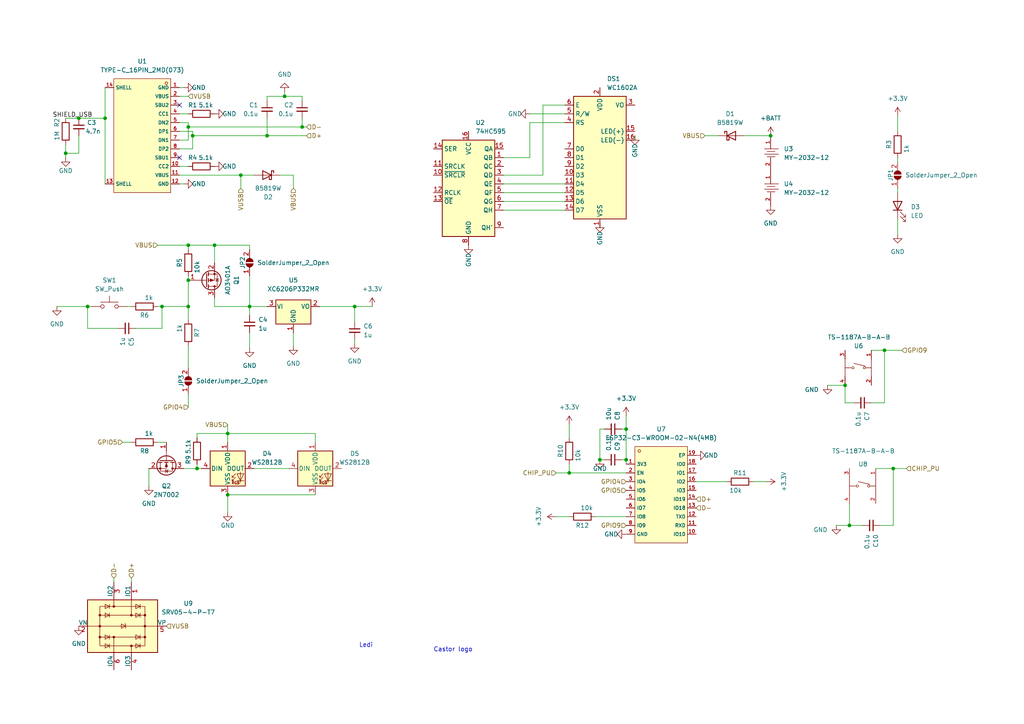
<source format=kicad_sch>
(kicad_sch (version 20211123) (generator eeschema)
  (paper "A4")
  (lib_symbols
    (symbol "0_JLCPCB_Symbols:ESP32-C3-WROOM-02-N4(4MB)"
      (property "Reference" "U" (at 0 1.27 0))
      (property "Value" "ESP32-C3-WROOM-02-N4(4MB)" (at 0 -2.54 0))
      (symbol "ESP32-C3-WROOM-02-N4(4MB)_0_0"
        (rectangle (start -5.08 5.08) (end 10.16 -22.86) (fill (type background)))
        (circle (center -3.81 3.81) (radius 0.381) (fill (type background)))
        (pin unspecified line (at -7.62 0 0) (length 2.54) (name "3V3") (number "1"))
        (pin unspecified line (at 12.7 -20.32 180) (length 2.54) (name "IO10") (number "10"))
        (pin unspecified line (at 12.7 -17.78 180) (length 2.54) (name "RXD") (number "11"))
        (pin unspecified line (at 12.7 -15.24 180) (length 2.54) (name "TXD") (number "12"))
        (pin unspecified line (at 12.7 -12.7 180) (length 2.54) (name "IO18") (number "13"))
        (pin unspecified line (at 12.7 -10.16 180) (length 2.54) (name "IO19") (number "14"))
        (pin unspecified line (at 12.7 -7.62 180) (length 2.54) (name "IO3") (number "15"))
        (pin unspecified line (at 12.7 -5.08 180) (length 2.54) (name "IO2") (number "16"))
        (pin unspecified line (at 12.7 -2.54 180) (length 2.54) (name "IO1") (number "17"))
        (pin unspecified line (at 12.7 0 180) (length 2.54) (name "IO0") (number "18"))
        (pin unspecified line (at 12.7 2.54 180) (length 2.54) (name "EP") (number "19"))
        (pin unspecified line (at -7.62 -2.54 0) (length 2.54) (name "EN") (number "2"))
        (pin unspecified line (at -7.62 -5.08 0) (length 2.54) (name "IO4") (number "3"))
        (pin unspecified line (at -7.62 -7.62 0) (length 2.54) (name "IO5") (number "4"))
        (pin unspecified line (at -7.62 -10.16 0) (length 2.54) (name "IO6") (number "5"))
        (pin unspecified line (at -7.62 -12.7 0) (length 2.54) (name "IO7") (number "6"))
        (pin unspecified line (at -7.62 -15.24 0) (length 2.54) (name "IO8") (number "7"))
        (pin unspecified line (at -7.62 -17.78 0) (length 2.54) (name "IO9") (number "8"))
        (pin unspecified line (at -7.62 -20.32 0) (length 2.54) (name "GND") (number "9"))
      )
    )
    (symbol "0_JLCPCB_Symbols:MY-2032-12" (pin_names hide)
      (property "Reference" "U" (at 0 1.27 0))
      (property "Value" "MY-2032-12" (at 0 -2.54 0))
      (symbol "MY-2032-12_0_0"
        (polyline (pts (xy -1.27 -10.414) (xy -1.27 -14.478)))
        (polyline (pts (xy -0.508 -11.43) (xy -0.508 -13.716)))
        (polyline (pts (xy 0.254 -10.414) (xy 0.254 -14.478)))
        (polyline (pts (xy 1.016 -11.43) (xy 1.016 -13.716)))
        (pin input line (at -5.08 -12.7 0) (length 3.81) (name "1") (number "1"))
        (pin input line (at 5.08 -12.7 180) (length 3.81) (name "2") (number "2"))
      )
    )
    (symbol "0_JLCPCB_Symbols:TS-1187A-B-A-B" (pin_names hide)
      (property "Reference" "U" (at 0 10.16 0))
      (property "Value" "TS-1187A-B-A-B" (at 0 7.62 0))
      (symbol "TS-1187A-B-A-B_0_0"
        (circle (center 0 -1.524) (radius 0.3175) (fill (type background)))
        (polyline (pts (xy -2.54 -3.81) (xy 2.54 -3.81)))
        (polyline (pts (xy -2.54 3.81) (xy 2.54 3.81)))
        (polyline (pts (xy -0.508 2.032) (xy -1.27 -1.27)))
        (polyline (pts (xy 0 -2.032) (xy 0 -3.81)))
        (polyline (pts (xy 0 2.032) (xy 0 3.81)))
        (circle (center 0 1.778) (radius 0.3175) (fill (type background)))
        (pin unspecified line (at -5.08 3.81 0) (length 2.54) (name "A") (number "1"))
        (pin unspecified line (at 5.08 3.81 180) (length 2.54) (name "B") (number "2"))
        (pin unspecified line (at -5.08 -3.81 0) (length 2.54) (name "C") (number "3"))
        (pin unspecified line (at 5.08 -3.81 180) (length 2.54) (name "D") (number "4"))
      )
    )
    (symbol "0_JLCPCB_Symbols:TYPE-C_16PIN_2MD(073)"
      (property "Reference" "U" (at 0 1.27 0))
      (property "Value" "TYPE-C_16PIN_2MD(073)" (at 0 -2.54 0))
      (symbol "TYPE-C_16PIN_2MD(073)_0_0"
        (rectangle (start -6.35 6.35) (end 10.16 -26.67) (fill (type background)))
        (circle (center -5.08 5.08) (radius 0.381) (fill (type background)))
        (pin unspecified line (at -8.89 3.81 0) (length 2.54) (name "GND") (number "1"))
        (pin unspecified line (at -8.89 -19.05 0) (length 2.54) (name "CC2") (number "10"))
        (pin unspecified line (at -8.89 -21.59 0) (length 2.54) (name "VBUS") (number "11"))
        (pin unspecified line (at -8.89 -24.13 0) (length 2.54) (name "GND") (number "12"))
        (pin unspecified line (at 12.7 -24.13 180) (length 2.54) (name "SHELL") (number "13"))
        (pin unspecified line (at 12.7 3.81 180) (length 2.54) (name "SHELL") (number "14"))
        (pin unspecified line (at -8.89 1.27 0) (length 2.54) (name "VBUS") (number "2"))
        (pin unspecified line (at -8.89 -1.27 0) (length 2.54) (name "SBU2") (number "3"))
        (pin unspecified line (at -8.89 -3.81 0) (length 2.54) (name "CC1") (number "4"))
        (pin unspecified line (at -8.89 -6.35 0) (length 2.54) (name "DN2") (number "5"))
        (pin unspecified line (at -8.89 -8.89 0) (length 2.54) (name "DP1") (number "6"))
        (pin unspecified line (at -8.89 -11.43 0) (length 2.54) (name "DN1") (number "7"))
        (pin unspecified line (at -8.89 -13.97 0) (length 2.54) (name "DP2") (number "8"))
        (pin unspecified line (at -8.89 -16.51 0) (length 2.54) (name "SBU1") (number "9"))
      )
    )
    (symbol "74xx:74HC595"
      (property "Reference" "U" (at -7.62 13.97 0))
      (property "Value" "74HC595" (at -7.62 -16.51 0))
      (symbol "74HC595_1_0"
        (pin tri_state line (at 10.16 7.62 180) (length 2.54) (name "QB") (number "1"))
        (pin input line (at -10.16 2.54 0) (length 2.54) (name "~{SRCLR}") (number "10"))
        (pin input line (at -10.16 5.08 0) (length 2.54) (name "SRCLK") (number "11"))
        (pin input line (at -10.16 -2.54 0) (length 2.54) (name "RCLK") (number "12"))
        (pin input line (at -10.16 -5.08 0) (length 2.54) (name "~{OE}") (number "13"))
        (pin input line (at -10.16 10.16 0) (length 2.54) (name "SER") (number "14"))
        (pin tri_state line (at 10.16 10.16 180) (length 2.54) (name "QA") (number "15"))
        (pin power_in line (at 0 15.24 270) (length 2.54) (name "VCC") (number "16"))
        (pin tri_state line (at 10.16 5.08 180) (length 2.54) (name "QC") (number "2"))
        (pin tri_state line (at 10.16 2.54 180) (length 2.54) (name "QD") (number "3"))
        (pin tri_state line (at 10.16 0 180) (length 2.54) (name "QE") (number "4"))
        (pin tri_state line (at 10.16 -2.54 180) (length 2.54) (name "QF") (number "5"))
        (pin tri_state line (at 10.16 -5.08 180) (length 2.54) (name "QG") (number "6"))
        (pin tri_state line (at 10.16 -7.62 180) (length 2.54) (name "QH") (number "7"))
        (pin power_in line (at 0 -17.78 90) (length 2.54) (name "GND") (number "8"))
        (pin output line (at 10.16 -12.7 180) (length 2.54) (name "QH'") (number "9"))
      )
      (symbol "74HC595_1_1"
        (rectangle (start -7.62 12.7) (end 7.62 -15.24) (stroke (width 0.254)) (fill (type background)))
      )
    )
    (symbol "Device:C_Small" (pin_numbers hide) (pin_names (offset 0.254) hide)
      (property "Reference" "C" (at 0.254 1.778 0))
      (property "Value" "C_Small" (at 0.254 -2.032 0))
      (symbol "C_Small_0_1"
        (polyline (pts (xy -1.524 -0.508) (xy 1.524 -0.508)) (stroke (width 0.3302)))
        (polyline (pts (xy -1.524 0.508) (xy 1.524 0.508)) (stroke (width 0.3048)))
      )
      (symbol "C_Small_1_1"
        (pin passive line (at 0 2.54 270) (length 2.032) (name "~") (number "1"))
        (pin passive line (at 0 -2.54 90) (length 2.032) (name "~") (number "2"))
      )
    )
    (symbol "Device:LED" (pin_numbers hide) (pin_names (offset 1.016) hide)
      (property "Reference" "D" (at 0 2.54 0))
      (property "Value" "LED" (at 0 -2.54 0))
      (symbol "LED_0_1"
        (polyline (pts (xy -1.27 -1.27) (xy -1.27 1.27)) (stroke (width 0.254)))
        (polyline (pts (xy -1.27 0) (xy 1.27 0)))
        (polyline (pts (xy 1.27 -1.27) (xy 1.27 1.27) (xy -1.27 0) (xy 1.27 -1.27)) (stroke (width 0.254)))
        (polyline (pts (xy -3.048 -0.762) (xy -4.572 -2.286) (xy -3.81 -2.286) (xy -4.572 -2.286) (xy -4.572 -1.524)))
        (polyline (pts (xy -1.778 -0.762) (xy -3.302 -2.286) (xy -2.54 -2.286) (xy -3.302 -2.286) (xy -3.302 -1.524)))
      )
      (symbol "LED_1_1"
        (pin passive line (at -3.81 0 0) (length 2.54) (name "K") (number "1"))
        (pin passive line (at 3.81 0 180) (length 2.54) (name "A") (number "2"))
      )
    )
    (symbol "Device:R" (pin_numbers hide) (pin_names (offset 0))
      (property "Reference" "R" (at 2.032 0 90))
      (property "Value" "R" (at 0 0 90))
      (symbol "R_0_1"
        (rectangle (start -1.016 -2.54) (end 1.016 2.54) (stroke (width 0.254)))
      )
      (symbol "R_1_1"
        (pin passive line (at 0 3.81 270) (length 1.27) (name "~") (number "1"))
        (pin passive line (at 0 -3.81 90) (length 1.27) (name "~") (number "2"))
      )
    )
    (symbol "Diode:1N5820" (pin_numbers hide) (pin_names (offset 1.016) hide)
      (property "Reference" "D" (at 0 2.54 0))
      (property "Value" "1N5820" (at 0 -2.54 0))
      (symbol "1N5820_0_1"
        (polyline (pts (xy 1.27 0) (xy -1.27 0)))
        (polyline (pts (xy 1.27 1.27) (xy 1.27 -1.27) (xy -1.27 0) (xy 1.27 1.27)) (stroke (width 0.254)))
        (polyline (pts (xy -1.905 0.635) (xy -1.905 1.27) (xy -1.27 1.27) (xy -1.27 -1.27) (xy -0.635 -1.27) (xy -0.635 -0.635)) (stroke (width 0.254)))
      )
      (symbol "1N5820_1_1"
        (pin passive line (at -3.81 0 0) (length 2.54) (name "K") (number "1"))
        (pin passive line (at 3.81 0 180) (length 2.54) (name "A") (number "2"))
      )
    )
    (symbol "Display_Character:WC1602A"
      (property "Reference" "DS" (at -5.842 19.05 0))
      (property "Value" "WC1602A" (at 5.334 19.05 0))
      (symbol "WC1602A_1_1"
        (rectangle (start -7.62 17.78) (end 7.62 -17.78) (stroke (width 0.254)) (fill (type background)))
        (pin power_in line (at 0 -20.32 90) (length 2.54) (name "VSS") (number "1"))
        (pin input line (at -10.16 -5.08 0) (length 2.54) (name "D3") (number "10"))
        (pin input line (at -10.16 -7.62 0) (length 2.54) (name "D4") (number "11"))
        (pin input line (at -10.16 -10.16 0) (length 2.54) (name "D5") (number "12"))
        (pin input line (at -10.16 -12.7 0) (length 2.54) (name "D6") (number "13"))
        (pin input line (at -10.16 -15.24 0) (length 2.54) (name "D7") (number "14"))
        (pin power_in line (at 10.16 7.62 180) (length 2.54) (name "LED(+)") (number "15"))
        (pin power_in line (at 10.16 5.08 180) (length 2.54) (name "LED(-)") (number "16"))
        (pin power_in line (at 0 20.32 270) (length 2.54) (name "VDD") (number "2"))
        (pin input line (at 10.16 15.24 180) (length 2.54) (name "VO") (number "3"))
        (pin input line (at -10.16 10.16 0) (length 2.54) (name "RS") (number "4"))
        (pin input line (at -10.16 12.7 0) (length 2.54) (name "R/W") (number "5"))
        (pin input line (at -10.16 15.24 0) (length 2.54) (name "E") (number "6"))
        (pin input line (at -10.16 2.54 0) (length 2.54) (name "D0") (number "7"))
        (pin input line (at -10.16 0 0) (length 2.54) (name "D1") (number "8"))
        (pin input line (at -10.16 -2.54 0) (length 2.54) (name "D2") (number "9"))
      )
    )
    (symbol "Jumper:SolderJumper_2_Open" (pin_names (offset 0) hide)
      (property "Reference" "JP" (at 0 2.032 0))
      (property "Value" "SolderJumper_2_Open" (at 0 -2.54 0))
      (symbol "SolderJumper_2_Open_0_1"
        (arc (start -0.254 1.016) (mid -1.27 0) (end -0.254 -1.016))
        (arc (start -0.254 1.016) (mid -1.27 0) (end -0.254 -1.016) (fill (type outline)))
        (polyline (pts (xy -0.254 1.016) (xy -0.254 -1.016)))
        (polyline (pts (xy 0.254 1.016) (xy 0.254 -1.016)))
        (arc (start 0.254 -1.016) (mid 1.27 0) (end 0.254 1.016))
        (arc (start 0.254 -1.016) (mid 1.27 0) (end 0.254 1.016) (fill (type outline)))
      )
      (symbol "SolderJumper_2_Open_1_1"
        (pin passive line (at -3.81 0 0) (length 2.54) (name "A") (number "1"))
        (pin passive line (at 3.81 0 180) (length 2.54) (name "B") (number "2"))
      )
    )
    (symbol "LED:WS2812B" (pin_names (offset 0.254))
      (property "Reference" "D" (at 5.08 5.715 0))
      (property "Value" "WS2812B" (at 1.27 -5.715 0))
      (symbol "WS2812B_0_0"
        (text "RGB" (at 2.286 -4.191 0) (effects (font (size 0.762 0.762))))
      )
      (symbol "WS2812B_0_1"
        (polyline (pts (xy 1.27 -3.556) (xy 1.778 -3.556)))
        (polyline (pts (xy 1.27 -2.54) (xy 1.778 -2.54)))
        (polyline (pts (xy 4.699 -3.556) (xy 2.667 -3.556)))
        (polyline (pts (xy 2.286 -2.54) (xy 1.27 -3.556) (xy 1.27 -3.048)))
        (polyline (pts (xy 2.286 -1.524) (xy 1.27 -2.54) (xy 1.27 -2.032)))
        (polyline (pts (xy 3.683 -1.016) (xy 3.683 -3.556) (xy 3.683 -4.064)))
        (polyline (pts (xy 4.699 -1.524) (xy 2.667 -1.524) (xy 3.683 -3.556) (xy 4.699 -1.524)))
        (rectangle (start 5.08 5.08) (end -5.08 -5.08) (stroke (width 0.254)) (fill (type background)))
      )
      (symbol "WS2812B_1_1"
        (pin power_in line (at 0 7.62 270) (length 2.54) (name "VDD") (number "1"))
        (pin output line (at 7.62 0 180) (length 2.54) (name "DOUT") (number "2"))
        (pin power_in line (at 0 -7.62 90) (length 2.54) (name "VSS") (number "3"))
        (pin input line (at -7.62 0 0) (length 2.54) (name "DIN") (number "4"))
      )
    )
    (symbol "Power_Protection:SRV05-4" (pin_names (offset 0))
      (property "Reference" "U" (at -5.08 11.43 0))
      (property "Value" "SRV05-4" (at 2.54 11.43 0))
      (symbol "SRV05-4_0_0"
        (rectangle (start -5.715 6.477) (end 5.715 -6.604))
        (polyline (pts (xy -3.175 -6.604) (xy -3.175 6.477)))
        (polyline (pts (xy 3.175 6.477) (xy 3.175 -6.604)))
      )
      (symbol "SRV05-4_0_1"
        (rectangle (start -7.62 10.16) (end 7.62 -10.16) (stroke (width 0.254)) (fill (type background)))
        (circle (center -5.715 -2.54) (radius 0.2794) (fill (type outline)))
        (circle (center -3.175 -6.604) (radius 0.2794) (fill (type outline)))
        (circle (center -3.175 2.54) (radius 0.2794) (fill (type outline)))
        (circle (center -3.175 6.477) (radius 0.2794) (fill (type outline)))
        (circle (center 0 -6.604) (radius 0.2794) (fill (type outline)))
        (polyline (pts (xy -7.747 2.54) (xy -3.175 2.54)))
        (polyline (pts (xy -7.62 -2.54) (xy -5.715 -2.54)))
        (polyline (pts (xy -5.08 -3.81) (xy -6.35 -3.81)))
        (polyline (pts (xy -5.08 5.08) (xy -6.35 5.08)))
        (polyline (pts (xy -2.54 -3.81) (xy -3.81 -3.81)))
        (polyline (pts (xy -2.54 5.08) (xy -3.81 5.08)))
        (polyline (pts (xy 0 10.16) (xy 0 -10.16)))
        (polyline (pts (xy 3.81 -3.81) (xy 2.54 -3.81)))
        (polyline (pts (xy 3.81 5.08) (xy 2.54 5.08)))
        (polyline (pts (xy 6.35 -3.81) (xy 5.08 -3.81)))
        (polyline (pts (xy 6.35 5.08) (xy 5.08 5.08)))
        (polyline (pts (xy 7.62 -2.54) (xy 3.175 -2.54)))
        (polyline (pts (xy 7.62 2.54) (xy 5.715 2.54)))
        (polyline (pts (xy 0.635 0.889) (xy -0.635 0.889) (xy -0.635 0.635)))
        (polyline (pts (xy -5.08 -5.08) (xy -6.35 -5.08) (xy -5.715 -3.81) (xy -5.08 -5.08)))
        (polyline (pts (xy -5.08 3.81) (xy -6.35 3.81) (xy -5.715 5.08) (xy -5.08 3.81)))
        (polyline (pts (xy -2.54 -5.08) (xy -3.81 -5.08) (xy -3.175 -3.81) (xy -2.54 -5.08)))
        (polyline (pts (xy -2.54 3.81) (xy -3.81 3.81) (xy -3.175 5.08) (xy -2.54 3.81)))
        (polyline (pts (xy 0.635 -0.381) (xy -0.635 -0.381) (xy 0 0.889) (xy 0.635 -0.381)))
        (polyline (pts (xy 3.81 -5.08) (xy 2.54 -5.08) (xy 3.175 -3.81) (xy 3.81 -5.08)))
        (polyline (pts (xy 3.81 3.81) (xy 2.54 3.81) (xy 3.175 5.08) (xy 3.81 3.81)))
        (polyline (pts (xy 6.35 -5.08) (xy 5.08 -5.08) (xy 5.715 -3.81) (xy 6.35 -5.08)))
        (polyline (pts (xy 6.35 3.81) (xy 5.08 3.81) (xy 5.715 5.08) (xy 6.35 3.81)))
        (circle (center 0 6.477) (radius 0.2794) (fill (type outline)))
        (circle (center 3.175 -6.604) (radius 0.2794) (fill (type outline)))
        (circle (center 3.175 -2.54) (radius 0.2794) (fill (type outline)))
        (circle (center 3.175 6.477) (radius 0.2794) (fill (type outline)))
        (circle (center 5.715 2.54) (radius 0.2794) (fill (type outline)))
      )
      (symbol "SRV05-4_1_1"
        (pin passive line (at -12.7 2.54 0) (length 5.08) (name "IO1") (number "1"))
        (pin passive line (at 0 -12.7 90) (length 2.54) (name "VN") (number "2"))
        (pin passive line (at -12.7 -2.54 0) (length 5.08) (name "IO2") (number "3"))
        (pin passive line (at 12.7 2.54 180) (length 5.08) (name "IO3") (number "4"))
        (pin passive line (at 0 12.7 270) (length 2.54) (name "VP") (number "5"))
        (pin passive line (at 12.7 -2.54 180) (length 5.08) (name "IO4") (number "6"))
      )
    )
    (symbol "Regulator_Linear:XC6206PxxxMR" (pin_names (offset 0.254))
      (property "Reference" "U" (at -3.81 3.175 0))
      (property "Value" "XC6206PxxxMR" (at 0 3.175 0))
      (symbol "XC6206PxxxMR_0_1"
        (rectangle (start -5.08 1.905) (end 5.08 -5.08) (stroke (width 0.254)) (fill (type background)))
      )
      (symbol "XC6206PxxxMR_1_1"
        (pin power_in line (at 0 -7.62 90) (length 2.54) (name "GND") (number "1"))
        (pin power_out line (at 7.62 0 180) (length 2.54) (name "VO") (number "2"))
        (pin power_in line (at -7.62 0 0) (length 2.54) (name "VI") (number "3"))
      )
    )
    (symbol "Switch:SW_Push" (pin_numbers hide) (pin_names (offset 1.016) hide)
      (property "Reference" "SW" (at 1.27 2.54 0))
      (property "Value" "SW_Push" (at 0 -1.524 0))
      (symbol "SW_Push_0_1"
        (circle (center -2.032 0) (radius 0.508))
        (polyline (pts (xy 0 1.27) (xy 0 3.048)))
        (polyline (pts (xy 2.54 1.27) (xy -2.54 1.27)))
        (circle (center 2.032 0) (radius 0.508))
        (pin passive line (at -5.08 0 0) (length 2.54) (name "1") (number "1"))
        (pin passive line (at 5.08 0 180) (length 2.54) (name "2") (number "2"))
      )
    )
    (symbol "Transistor_FET:2N7002" (pin_names hide)
      (property "Reference" "Q" (at 5.08 1.905 0))
      (property "Value" "2N7002" (at 5.08 0 0))
      (symbol "2N7002_0_1"
        (polyline (pts (xy 0.254 0) (xy -2.54 0)))
        (polyline (pts (xy 0.254 1.905) (xy 0.254 -1.905)) (stroke (width 0.254)))
        (polyline (pts (xy 0.762 -1.27) (xy 0.762 -2.286)) (stroke (width 0.254)))
        (polyline (pts (xy 0.762 0.508) (xy 0.762 -0.508)) (stroke (width 0.254)))
        (polyline (pts (xy 0.762 2.286) (xy 0.762 1.27)) (stroke (width 0.254)))
        (polyline (pts (xy 2.54 2.54) (xy 2.54 1.778)))
        (polyline (pts (xy 2.54 -2.54) (xy 2.54 0) (xy 0.762 0)))
        (polyline (pts (xy 0.762 -1.778) (xy 3.302 -1.778) (xy 3.302 1.778) (xy 0.762 1.778)))
        (polyline (pts (xy 1.016 0) (xy 2.032 0.381) (xy 2.032 -0.381) (xy 1.016 0)) (fill (type outline)))
        (polyline (pts (xy 2.794 0.508) (xy 2.921 0.381) (xy 3.683 0.381) (xy 3.81 0.254)))
        (polyline (pts (xy 3.302 0.381) (xy 2.921 -0.254) (xy 3.683 -0.254) (xy 3.302 0.381)))
        (circle (center 1.651 0) (radius 2.794) (stroke (width 0.254)))
        (circle (center 2.54 -1.778) (radius 0.254) (fill (type outline)))
        (circle (center 2.54 1.778) (radius 0.254) (fill (type outline)))
      )
      (symbol "2N7002_1_1"
        (pin input line (at -5.08 0 0) (length 2.54) (name "G") (number "1"))
        (pin passive line (at 2.54 -5.08 90) (length 2.54) (name "S") (number "2"))
        (pin passive line (at 2.54 5.08 270) (length 2.54) (name "D") (number "3"))
      )
    )
    (symbol "Transistor_FET:AO3401A" (pin_names hide)
      (property "Reference" "Q" (at 5.08 1.905 0))
      (property "Value" "AO3401A" (at 5.08 0 0))
      (symbol "AO3401A_0_1"
        (polyline (pts (xy 0.254 0) (xy -2.54 0)))
        (polyline (pts (xy 0.254 1.905) (xy 0.254 -1.905)) (stroke (width 0.254)))
        (polyline (pts (xy 0.762 -1.27) (xy 0.762 -2.286)) (stroke (width 0.254)))
        (polyline (pts (xy 0.762 0.508) (xy 0.762 -0.508)) (stroke (width 0.254)))
        (polyline (pts (xy 0.762 2.286) (xy 0.762 1.27)) (stroke (width 0.254)))
        (polyline (pts (xy 2.54 2.54) (xy 2.54 1.778)))
        (polyline (pts (xy 2.54 -2.54) (xy 2.54 0) (xy 0.762 0)))
        (polyline (pts (xy 0.762 1.778) (xy 3.302 1.778) (xy 3.302 -1.778) (xy 0.762 -1.778)))
        (polyline (pts (xy 2.286 0) (xy 1.27 0.381) (xy 1.27 -0.381) (xy 2.286 0)) (fill (type outline)))
        (polyline (pts (xy 2.794 -0.508) (xy 2.921 -0.381) (xy 3.683 -0.381) (xy 3.81 -0.254)))
        (polyline (pts (xy 3.302 -0.381) (xy 2.921 0.254) (xy 3.683 0.254) (xy 3.302 -0.381)))
        (circle (center 1.651 0) (radius 2.794) (stroke (width 0.254)))
        (circle (center 2.54 -1.778) (radius 0.254) (fill (type outline)))
        (circle (center 2.54 1.778) (radius 0.254) (fill (type outline)))
      )
      (symbol "AO3401A_1_1"
        (pin input line (at -5.08 0 0) (length 2.54) (name "G") (number "1"))
        (pin passive line (at 2.54 -5.08 90) (length 2.54) (name "S") (number "2"))
        (pin passive line (at 2.54 5.08 270) (length 2.54) (name "D") (number "3"))
      )
    )
    (symbol "power:+3.3V" (power) (pin_names (offset 0))
      (property "Value" "+3.3V" (at 0 3.556 0))
      (symbol "+3.3V_0_1"
        (polyline (pts (xy -0.762 1.27) (xy 0 2.54)))
        (polyline (pts (xy 0 0) (xy 0 2.54)))
        (polyline (pts (xy 0 2.54) (xy 0.762 1.27)))
      )
      (symbol "+3.3V_1_1"
        (pin power_in line (at 0 0 90) (length 0) hide (name "+3.3V") (number "1"))
      )
    )
    (symbol "power:+BATT" (power) (pin_names (offset 0))
      (property "Value" "+BATT" (at 0 3.556 0))
      (symbol "+BATT_0_1"
        (polyline (pts (xy -0.762 1.27) (xy 0 2.54)))
        (polyline (pts (xy 0 0) (xy 0 2.54)))
        (polyline (pts (xy 0 2.54) (xy 0.762 1.27)))
      )
      (symbol "+BATT_1_1"
        (pin power_in line (at 0 0 90) (length 0) hide (name "+BATT") (number "1"))
      )
    )
    (symbol "power:GND" (power) (pin_names (offset 0))
      (property "Value" "GND" (at 0 -3.81 0))
      (symbol "GND_0_1"
        (polyline (pts (xy 0 0) (xy 0 -1.27) (xy 1.27 -1.27) (xy 0 -2.54) (xy -1.27 -1.27) (xy 0 -1.27)))
      )
      (symbol "GND_1_1"
        (pin power_in line (at 0 0 270) (length 0) hide (name "GND") (number "1"))
      )
    )
  )
  (junction (at 82.55 27.94))
  (junction (at 30.48 34.29))
  (junction (at 55.88 39.37))
  (junction (at 223.52 39.37))
  (junction (at 54.61 88.9))
  (junction (at 22.86 34.29))
  (junction (at 87.63 36.83))
  (junction (at 173.99 133.35))
  (junction (at 54.61 81.28))
  (junction (at 181.61 124.46))
  (junction (at 246.38 152.4))
  (junction (at 102.87 88.9))
  (junction (at 19.05 44.45))
  (junction (at 54.61 71.12))
  (junction (at 245.11 111.76))
  (junction (at 66.04 125.73))
  (junction (at 69.85 50.8))
  (junction (at 72.39 88.9))
  (junction (at 77.47 39.37))
  (junction (at 25.4 88.9))
  (junction (at 66.04 143.51))
  (junction (at 46.99 88.9))
  (junction (at 62.23 71.12))
  (junction (at 165.1 137.16))
  (junction (at 259.08 135.89))
  (junction (at 181.61 133.35))
  (junction (at 256.54 101.6))
  (junction (at 54.61 36.83))
  (junction (at 57.15 135.89))
  (no_connect (at 52.07 30.48))
  (no_connect (at 52.07 45.72))
  (wire (pts (xy 66.04 148.59) (xy 66.04 143.51)))
  (wire (pts (xy 87.63 36.83) (xy 54.61 36.83)))
  (wire (pts (xy 260.35 46.99) (xy 260.35 45.72)))
  (wire (pts (xy 181.61 149.86) (xy 172.72 149.86)))
  (wire (pts (xy 54.61 72.39) (xy 54.61 71.12)))
  (wire (pts (xy 53.34 135.89) (xy 57.15 135.89)))
  (wire (pts (xy 30.48 34.29) (xy 22.86 34.29)))
  (wire (pts (xy 54.61 36.83) (xy 54.61 35.56)))
  (wire (pts (xy 57.15 135.89) (xy 58.42 135.89)))
  (wire (pts (xy 246.38 152.4) (xy 242.57 152.4)))
  (wire (pts (xy 77.47 39.37) (xy 77.47 34.29)))
  (wire (pts (xy 72.39 71.12) (xy 72.39 72.39)))
  (wire (pts (xy 54.61 100.33) (xy 54.61 106.68)))
  (wire (pts (xy 256.54 116.84) (xy 256.54 101.6)))
  (wire (pts (xy 260.35 54.61) (xy 260.35 55.88)))
  (wire (pts (xy 87.63 27.94) (xy 82.55 27.94)))
  (wire (pts (xy 153.67 45.72) (xy 146.05 45.72)))
  (wire (pts (xy 45.72 71.12) (xy 54.61 71.12)))
  (wire (pts (xy 66.04 125.73) (xy 66.04 128.27)))
  (wire (pts (xy 72.39 91.44) (xy 72.39 88.9)))
  (wire (pts (xy 204.47 39.37) (xy 208.28 39.37)))
  (wire (pts (xy 54.61 114.3) (xy 54.61 118.11)))
  (wire (pts (xy 260.35 33.655) (xy 260.35 38.1)))
  (wire (pts (xy 165.1 123.19) (xy 165.1 127)))
  (wire (pts (xy 181.61 133.35) (xy 181.61 134.62)))
  (wire (pts (xy 46.99 88.9) (xy 54.61 88.9)))
  (wire (pts (xy 173.99 66.04) (xy 173.99 64.77)))
  (wire (pts (xy 22.86 34.29) (xy 19.05 34.29)))
  (wire (pts (xy 43.18 140.97) (xy 43.18 135.89)))
  (wire (pts (xy 55.88 39.37) (xy 55.88 43.18)))
  (wire (pts (xy 54.61 71.12) (xy 62.23 71.12)))
  (wire (pts (xy 55.88 43.18) (xy 52.07 43.18)))
  (wire (pts (xy 54.61 40.64) (xy 54.61 36.83)))
  (wire (pts (xy 81.28 50.8) (xy 85.09 50.8)))
  (wire (pts (xy 38.1 167.64) (xy 38.1 168.91)))
  (wire (pts (xy 52.07 38.1) (xy 55.88 38.1)))
  (wire (pts (xy 72.39 71.12) (xy 62.23 71.12)))
  (wire (pts (xy 88.9 36.83) (xy 87.63 36.83)))
  (wire (pts (xy 54.61 27.94) (xy 52.07 27.94)))
  (wire (pts (xy 54.61 35.56) (xy 52.07 35.56)))
  (wire (pts (xy 82.55 26.67) (xy 82.55 27.94)))
  (wire (pts (xy 85.09 100.33) (xy 85.09 96.52)))
  (wire (pts (xy 102.87 88.9) (xy 102.87 93.345)))
  (wire (pts (xy 161.29 137.16) (xy 165.1 137.16)))
  (wire (pts (xy 146.05 58.42) (xy 163.83 58.42)))
  (wire (pts (xy 157.48 30.48) (xy 163.83 30.48)))
  (wire (pts (xy 85.09 50.8) (xy 85.09 54.61)))
  (wire (pts (xy 161.29 149.86) (xy 165.1 149.86)))
  (wire (pts (xy 256.54 101.6) (xy 261.62 101.6)))
  (wire (pts (xy 250.19 152.4) (xy 246.38 152.4)))
  (wire (pts (xy 16.51 88.9) (xy 25.4 88.9)))
  (wire (pts (xy 163.83 33.02) (xy 153.67 33.02)))
  (wire (pts (xy 77.47 39.37) (xy 55.88 39.37)))
  (wire (pts (xy 54.61 88.9) (xy 54.61 92.71)))
  (wire (pts (xy 66.04 125.73) (xy 91.44 125.73)))
  (wire (pts (xy 69.85 50.8) (xy 52.07 50.8)))
  (wire (pts (xy 22.86 39.37) (xy 22.86 44.45)))
  (wire (pts (xy 57.15 125.73) (xy 57.15 127)))
  (wire (pts (xy 46.99 95.25) (xy 46.99 88.9)))
  (wire (pts (xy 259.08 152.4) (xy 259.08 135.89)))
  (wire (pts (xy 252.73 116.84) (xy 256.54 116.84)))
  (wire (pts (xy 163.83 35.56) (xy 153.67 35.56)))
  (wire (pts (xy 33.02 167.64) (xy 33.02 168.91)))
  (wire (pts (xy 173.99 124.46) (xy 173.99 133.35)))
  (wire (pts (xy 92.71 88.9) (xy 102.87 88.9)))
  (wire (pts (xy 91.44 125.73) (xy 91.44 128.27)))
  (wire (pts (xy 39.37 95.25) (xy 46.99 95.25)))
  (wire (pts (xy 36.83 88.9) (xy 38.1 88.9)))
  (wire (pts (xy 25.4 95.25) (xy 25.4 88.9)))
  (wire (pts (xy 87.63 29.21) (xy 87.63 27.94)))
  (wire (pts (xy 57.15 125.73) (xy 66.04 125.73)))
  (wire (pts (xy 180.34 133.35) (xy 181.61 133.35)))
  (wire (pts (xy 102.87 88.9) (xy 107.95 88.9)))
  (wire (pts (xy 45.72 128.27) (xy 48.26 128.27)))
  (wire (pts (xy 201.93 139.7) (xy 210.82 139.7)))
  (wire (pts (xy 163.83 60.96) (xy 146.05 60.96)))
  (wire (pts (xy 246.38 146.05) (xy 246.38 152.4)))
  (wire (pts (xy 157.48 30.48) (xy 157.48 50.8)))
  (wire (pts (xy 34.29 95.25) (xy 25.4 95.25)))
  (wire (pts (xy 57.15 134.62) (xy 57.15 135.89)))
  (wire (pts (xy 181.61 124.46) (xy 181.61 133.35)))
  (wire (pts (xy 259.08 135.89) (xy 262.89 135.89)))
  (wire (pts (xy 146.05 53.34) (xy 163.83 53.34)))
  (wire (pts (xy 87.63 36.83) (xy 87.63 34.29)))
  (wire (pts (xy 53.34 53.34) (xy 52.07 53.34)))
  (wire (pts (xy 62.23 71.12) (xy 62.23 76.2)))
  (wire (pts (xy 55.88 38.1) (xy 55.88 39.37)))
  (wire (pts (xy 30.48 25.4) (xy 30.48 34.29)))
  (wire (pts (xy 259.08 135.89) (xy 254 135.89)))
  (wire (pts (xy 35.56 128.27) (xy 38.1 128.27)))
  (wire (pts (xy 52.07 40.64) (xy 54.61 40.64)))
  (wire (pts (xy 165.1 137.16) (xy 165.1 134.62)))
  (wire (pts (xy 19.05 44.45) (xy 19.05 45.72)))
  (wire (pts (xy 54.61 80.01) (xy 54.61 81.28)))
  (wire (pts (xy 62.23 88.9) (xy 72.39 88.9)))
  (wire (pts (xy 88.9 39.37) (xy 77.47 39.37)))
  (wire (pts (xy 19.05 41.91) (xy 19.05 44.45)))
  (wire (pts (xy 72.39 100.965) (xy 72.39 96.52)))
  (wire (pts (xy 72.39 80.01) (xy 72.39 88.9)))
  (wire (pts (xy 153.67 35.56) (xy 153.67 45.72)))
  (wire (pts (xy 77.47 27.94) (xy 77.47 29.21)))
  (wire (pts (xy 184.15 40.64) (xy 184.15 39.37)))
  (wire (pts (xy 146.05 55.88) (xy 163.83 55.88)))
  (wire (pts (xy 181.61 124.46) (xy 180.34 124.46)))
  (wire (pts (xy 66.04 123.19) (xy 66.04 125.73)))
  (wire (pts (xy 54.61 88.9) (xy 54.61 81.28)))
  (wire (pts (xy 73.66 135.89) (xy 83.82 135.89)))
  (wire (pts (xy 54.61 48.26) (xy 52.07 48.26)))
  (wire (pts (xy 30.48 34.29) (xy 30.48 53.34)))
  (wire (pts (xy 72.39 88.9) (xy 77.47 88.9)))
  (wire (pts (xy 69.85 50.8) (xy 69.85 54.61)))
  (wire (pts (xy 102.87 99.695) (xy 102.87 98.425)))
  (wire (pts (xy 245.11 116.84) (xy 245.11 111.76)))
  (wire (pts (xy 25.4 88.9) (xy 26.67 88.9)))
  (wire (pts (xy 260.35 67.945) (xy 260.35 63.5)))
  (wire (pts (xy 66.04 143.51) (xy 91.44 143.51)))
  (wire (pts (xy 222.25 139.7) (xy 218.44 139.7)))
  (wire (pts (xy 240.03 111.76) (xy 245.11 111.76)))
  (wire (pts (xy 82.55 27.94) (xy 77.47 27.94)))
  (wire (pts (xy 62.23 86.36) (xy 62.23 88.9)))
  (wire (pts (xy 181.61 120.65) (xy 181.61 124.46)))
  (wire (pts (xy 165.1 137.16) (xy 181.61 137.16)))
  (wire (pts (xy 215.9 39.37) (xy 223.52 39.37)))
  (wire (pts (xy 252.73 101.6) (xy 256.54 101.6)))
  (wire (pts (xy 173.99 133.35) (xy 175.26 133.35)))
  (wire (pts (xy 45.72 88.9) (xy 46.99 88.9)))
  (wire (pts (xy 69.85 50.8) (xy 73.66 50.8)))
  (wire (pts (xy 53.34 25.4) (xy 52.07 25.4)))
  (wire (pts (xy 175.26 124.46) (xy 173.99 124.46)))
  (wire (pts (xy 247.65 116.84) (xy 245.11 116.84)))
  (wire (pts (xy 157.48 50.8) (xy 146.05 50.8)))
  (wire (pts (xy 54.61 33.02) (xy 52.07 33.02)))
  (wire (pts (xy 255.27 152.4) (xy 259.08 152.4)))
  (wire (pts (xy 22.86 44.45) (xy 19.05 44.45)))
  (text "Ledi" (at 104.14 187.96 0) (effects (font (size 1.27 1.27)) (justify left bottom)))
  (text "Castor logo" (at 125.73 189.23 0) (effects (font (size 1.27 1.27)) (justify left bottom)))
  (label "SHIELD_USB" (at 15.24 34.29 0))
  (hierarchical_label "D+" (shape input) (at 88.9 39.37 0))
  (hierarchical_label "CHIP_PU" (shape input) (at 161.29 137.16 180))
  (hierarchical_label "CHIP_PU" (shape input) (at 262.89 135.89 0))
  (hierarchical_label "VBUS" (shape input) (at 66.04 123.19 180))
  (hierarchical_label "VBUS" (shape input) (at 204.47 39.37 180))
  (hierarchical_label "VBUS" (shape input) (at 85.09 54.61 270))
  (hierarchical_label "GPIO9" (shape input) (at 261.62 101.6 0))
  (hierarchical_label "GPIO4" (shape input) (at 54.61 118.11 180))
  (hierarchical_label "GPIO4" (shape input) (at 181.61 139.7 180))
  (hierarchical_label "D-" (shape input) (at 201.93 147.32 0))
  (hierarchical_label "D+" (shape input) (at 38.1 167.64 90))
  (hierarchical_label "D+" (shape input) (at 201.93 144.78 0))
  (hierarchical_label "VUSB" (shape input) (at 69.85 54.61 270))
  (hierarchical_label "GPIO5" (shape input) (at 181.61 142.24 180))
  (hierarchical_label "VUSB" (shape input) (at 48.26 181.61 0))
  (hierarchical_label "D-" (shape input) (at 33.02 167.64 90))
  (hierarchical_label "GPIO5" (shape input) (at 35.56 128.27 180))
  (hierarchical_label "VUSB" (shape input) (at 54.61 27.94 0))
  (hierarchical_label "D-" (shape input) (at 88.9 36.83 0))
  (hierarchical_label "GPIO9" (shape input) (at 181.61 152.4 180))
  (hierarchical_label "VBUS" (shape input) (at 45.72 71.12 180))
  (symbol (lib_id "Regulator_Linear:XC6206PxxxMR") (at 85.09 88.9 0) (unit 1)
    (property "Reference" "U5" (at 85.09 81.28 0))
    (property "Value" "XC6206P332MR" (at 85.09 83.82 0))
    (property "Footprint" "Package_TO_SOT_SMD:SOT-23" (effects hide))
    (property "Datasheet" "https://www.torexsemi.com/file/xc6206/XC6206.pdf" (effects hide))
    (property "LCSC" "C5446" (effects hide))
  )
  (symbol (lib_id "Device:R") (at 58.42 33.02 270) (mirror x) (unit 1)
    (property "Reference" "R1" (at 55.88 30.48 90))
    (property "Value" "5.1k" (at 59.69 30.48 90))
    (property "Footprint" "Resistor_SMD:R_0805_2012Metric" (effects hide))
    (property "LCSC" "C27834" (effects hide))
  )
  (symbol (lib_id "power:GND") (at 223.52 59.69 0) (unit 1)
    (property "Reference" "#PWR09" (effects hide))
    (property "Value" "GND" (at 223.52 64.77 0))
  )
  (symbol (lib_id "0_JLCPCB_Symbols:ESP32-C3-WROOM-02-N4(4MB)") (at 189.23 134.62 0) (unit 1)
    (property "Reference" "U7" (at 191.77 124.46 0))
    (property "Value" "ESP32-C3-WROOM-02-N4(4MB)" (at 191.77 127 0))
    (property "Footprint" "0_JLCPCB_Footprints:BULETM-SMD_ESPRESSIF_ESP32-C3-WROOM-02-N4-4MB" (effects hide))
    (property "Datasheet" "https://atta.szlcsc.com/upload/public/pdf/source/20220106/F07459EFFE1D7CBA94B4FB8A075146A6.pdf" (effects hide))
    (property "LCSC" "C2934560" (effects hide))
  )
  (symbol (lib_id "Device:R") (at 57.15 130.81 0) (mirror y) (unit 1)
    (property "Reference" "R9" (at 54.61 133.35 90))
    (property "Value" "5.1k" (at 54.61 129.54 90))
    (property "Footprint" "Resistor_SMD:R_0805_2012Metric" (effects hide))
    (property "LCSC" "C27834" (effects hide))
  )
  (symbol (lib_id "LED:WS2812B") (at 66.04 135.89 0) (unit 1)
    (property "Reference" "D4" (at 77.47 131.5593 0))
    (property "Value" "WS2812B" (at 77.47 134.0993 0))
    (property "Footprint" "LED_SMD:LED_WS2812B_PLCC4_5.0x5.0mm_P3.2mm" (effects hide))
    (property "Datasheet" "https://cdn-shop.adafruit.com/datasheets/WS2812B.pdf" (effects hide))
    (property "LCSC" "C2843785" (effects hide))
  )
  (symbol (lib_id "power:+3.3V") (at 222.25 139.7 270) (unit 1)
    (property "Reference" "#PWR022" (effects hide))
    (property "Value" "+3.3V" (at 227.33 139.7 0))
  )
  (symbol (lib_id "power:GND") (at 184.15 39.37 0) (mirror y) (unit 1)
    (property "Reference" "#PWR0103" (effects hide))
    (property "Value" "GND" (at 184.15 45.72 90) (effects (justify left)))
  )
  (symbol (lib_id "power:GND") (at 181.61 154.94 270) (unit 1)
    (property "Reference" "#PWR026" (effects hide))
    (property "Value" "GND" (at 175.26 154.94 90) (effects (justify left)))
  )
  (symbol (lib_id "Device:LED") (at 260.35 59.69 90) (unit 1)
    (property "Reference" "D3" (at 264.16 60.0074 90) (effects (justify right)))
    (property "Value" "LED" (at 264.16 62.5474 90) (effects (justify right)))
    (property "Footprint" "LED_SMD:LED_0805_2012Metric" (effects hide))
    (property "LCSC" "C84256" (effects hide))
  )
  (symbol (lib_id "power:GND") (at 53.34 25.4 90) (mirror x) (unit 1)
    (property "Reference" "#PWR01" (effects hide))
    (property "Value" "GND" (at 59.69 25.4 90) (effects (justify left)))
  )
  (symbol (lib_id "Power_Protection:SRV05-4") (at 35.56 181.61 270) (unit 1)
    (property "Reference" "U9" (at 54.61 175.0312 90))
    (property "Value" "SRV05-4-P-T7" (at 54.61 177.5712 90))
    (property "Footprint" "Package_TO_SOT_SMD:SOT-23-6" (effects hide))
    (property "Datasheet" "http://www.onsemi.com/pub/Collateral/SRV05-4-D.PDF" (effects hide))
    (property "LCSC" "C85364" (effects hide))
  )
  (symbol (lib_id "Transistor_FET:2N7002") (at 48.26 133.35 270) (unit 1)
    (property "Reference" "Q2" (at 48.26 140.97 90))
    (property "Value" "2N7002" (at 48.26 143.51 90))
    (property "Footprint" "Package_TO_SOT_SMD:SOT-23" (effects hide))
    (property "Datasheet" "https://www.onsemi.com/pub/Collateral/NDS7002A-D.PDF" (effects hide))
    (property "LCSC" "C8545" (effects hide))
  )
  (symbol (lib_id "power:+3.3V") (at 161.29 149.86 90) (unit 1)
    (property "Reference" "#PWR024" (effects hide))
    (property "Value" "+3.3V" (at 156.21 149.86 0))
  )
  (symbol (lib_id "Device:C_Small") (at 177.8 133.35 270) (mirror x) (unit 1)
    (property "Reference" "C9" (at 179.07 130.81 0) (effects (justify left)))
    (property "Value" "0.1u" (at 176.53 130.81 0) (effects (justify left)))
    (property "Footprint" "Capacitor_SMD:C_0805_2012Metric" (effects hide))
    (property "LCSC" "C28233" (effects hide))
  )
  (symbol (lib_id "Switch:SW_Push") (at 31.75 88.9 0) (unit 1) (in_bom no)
    (property "Reference" "SW1" (at 31.75 81.28 0))
    (property "Value" "SW_Push" (at 31.75 83.82 0))
    (property "Footprint" "Button_Switch_THT:SW_PUSH_6mm" (effects hide))
  )
  (symbol (lib_id "power:GND") (at 173.99 133.35 0) (mirror y) (unit 1)
    (property "Reference" "#PWR021" (effects hide))
    (property "Value" "GND" (at 173.99 135.89 0))
  )
  (symbol (lib_id "power:GND") (at 19.05 45.72 0) (mirror y) (unit 1)
    (property "Reference" "#PWR06" (effects hide))
    (property "Value" "GND" (at 19.05 49.53 0))
  )
  (symbol (lib_id "Device:C_Small") (at 22.86 36.83 0) (mirror y) (unit 1)
    (property "Reference" "C3" (at 27.94 35.56 0) (effects (justify left)))
    (property "Value" "4.7n" (at 29.21 38.1 0) (effects (justify left)))
    (property "Footprint" "Capacitor_SMD:C_0805_2012Metric" (effects hide))
    (property "LCSC" "C1779" (effects hide))
  )
  (symbol (lib_id "Device:C_Small") (at 177.8 124.46 270) (mirror x) (unit 1)
    (property "Reference" "C8" (at 179.07 121.92 0) (effects (justify left)))
    (property "Value" "10u" (at 176.53 121.92 0) (effects (justify left)))
    (property "Footprint" "Capacitor_SMD:C_0805_2012Metric" (effects hide))
    (property "LCSC" "C15850" (effects hide))
  )
  (symbol (lib_id "power:GND") (at 53.34 53.34 90) (mirror x) (unit 1)
    (property "Reference" "#PWR08" (effects hide))
    (property "Value" "GND" (at 59.69 53.34 90) (effects (justify left)))
  )
  (symbol (lib_id "power:GND") (at 62.23 33.02 90) (mirror x) (unit 1)
    (property "Reference" "#PWR03" (effects hide))
    (property "Value" "GND" (at 68.58 33.02 90) (effects (justify left)))
  )
  (symbol (lib_id "0_JLCPCB_Symbols:TS-1187A-B-A-B") (at 250.19 140.97 270) (unit 1)
    (property "Reference" "U8" (at 248.92 134.62 90) (effects (justify left)))
    (property "Value" "TS-1187A-B-A-B" (at 241.3 130.81 90) (effects (justify left)))
    (property "Footprint" "0_JLCPCB_Footprints:SW-SMD_4P-L5.1-W5.1-P3.70-LS6.5-TL-2" (effects hide))
    (property "Datasheet" "https://item.szlcsc.com/300285.html" (effects hide))
    (property "LCSC" "C318884" (effects hide))
  )
  (symbol (lib_id "power:+3.3V") (at 165.1 123.19 0) (unit 1)
    (property "Reference" "#PWR018" (effects hide))
    (property "Value" "+3.3V" (at 165.1 118.11 0))
  )
  (symbol (lib_id "Device:R") (at 54.61 76.2 180) (unit 1)
    (property "Reference" "R5" (at 52.07 76.2 90))
    (property "Value" "10k" (at 57.15 77.47 90))
    (property "Footprint" "Resistor_SMD:R_1206_3216Metric" (effects hide))
    (property "LCSC" "C4410" (effects hide))
  )
  (symbol (lib_id "Jumper:SolderJumper_2_Open") (at 54.61 110.49 90) (unit 1)
    (property "Reference" "JP3" (at 52.578 110.49 0))
    (property "Value" "SolderJumper_2_Open" (at 67.31 110.49 90))
    (property "Footprint" "Jumper:SolderJumper-2_P1.3mm_Open_RoundedPad1.0x1.5mm" (effects hide))
  )
  (symbol (lib_id "power:GND") (at 62.23 48.26 90) (mirror x) (unit 1)
    (property "Reference" "#PWR07" (effects hide))
    (property "Value" "GND" (at 68.58 48.26 90) (effects (justify left)))
  )
  (symbol (lib_id "Device:R") (at 54.61 96.52 0) (unit 1)
    (property "Reference" "R7" (at 57.15 96.52 90))
    (property "Value" "1k" (at 52.07 95.25 90))
    (property "Footprint" "Resistor_SMD:R_0805_2012Metric" (effects hide))
    (property "LCSC" "C17513" (effects hide))
  )
  (symbol (lib_id "Device:R") (at 41.91 88.9 270) (unit 1)
    (property "Reference" "R6" (at 41.91 91.44 90))
    (property "Value" "1k" (at 43.18 86.36 90))
    (property "Footprint" "Resistor_SMD:R_0805_2012Metric" (effects hide))
    (property "LCSC" "C17513" (effects hide))
  )
  (symbol (lib_id "Device:R") (at 165.1 130.81 180) (unit 1)
    (property "Reference" "R10" (at 162.56 130.81 90))
    (property "Value" "10k" (at 167.64 132.08 90))
    (property "Footprint" "Resistor_SMD:R_1206_3216Metric" (effects hide))
    (property "LCSC" "C4410" (effects hide))
  )
  (symbol (lib_id "0_JLCPCB_Symbols:TYPE-C_16PIN_2MD(073)") (at 43.18 29.21 0) (mirror y) (unit 1)
    (property "Reference" "U1" (at 41.275 17.78 0))
    (property "Value" "TYPE-C_16PIN_2MD(073)" (at 41.275 20.32 0))
    (property "Footprint" "0_JLCPCB_Footprints:USB-C-SMD_TYPE-C-6PIN-2MD-073" (effects hide))
    (property "Datasheet" "https://atta.szlcsc.com/upload/public/pdf/source/20210409/C2765186_34D42616F62DF94D17C4D63D74D9FD03.pdf" (effects hide))
    (property "LCSC" "C2765186" (effects hide))
  )
  (symbol (lib_id "power:GND") (at 153.67 33.02 270) (mirror x) (unit 1)
    (property "Reference" "#PWR0102" (effects hide))
    (property "Value" "GND" (at 147.32 33.02 90) (effects (justify left)))
  )
  (symbol (lib_id "power:+BATT") (at 223.52 39.37 0) (unit 1)
    (property "Reference" "#PWR05" (effects hide))
    (property "Value" "+BATT" (at 223.52 34.29 0))
  )
  (symbol (lib_id "power:+3.3V") (at 260.35 33.655 0) (unit 1)
    (property "Reference" "#PWR04" (effects hide))
    (property "Value" "+3.3V" (at 260.35 28.575 0))
  )
  (symbol (lib_id "power:GND") (at 201.93 132.08 90) (unit 1)
    (property "Reference" "#PWR019" (effects hide))
    (property "Value" "GND" (at 208.28 132.08 90) (effects (justify left)))
  )
  (symbol (lib_id "power:+3.3V") (at 107.95 88.9 0) (unit 1)
    (property "Reference" "#PWR012" (effects hide))
    (property "Value" "+3.3V" (at 107.95 83.82 0))
  )
  (symbol (lib_id "power:GND") (at 135.89 71.12 0) (mirror y) (unit 1)
    (property "Reference" "#PWR0101" (effects hide))
    (property "Value" "GND" (at 135.89 77.47 90) (effects (justify left)))
  )
  (symbol (lib_id "power:GND") (at 22.86 181.61 0) (unit 1)
    (property "Reference" "#PWR027" (effects hide))
    (property "Value" "GND" (at 22.86 186.69 0))
  )
  (symbol (lib_id "Display_Character:WC1602A") (at 173.99 45.72 0) (unit 1)
    (property "Reference" "DS1" (at 176.0094 22.86 0) (effects (justify left)))
    (property "Value" "WC1602A" (at 176.0094 25.4 0) (effects (justify left)))
    (property "Footprint" "Display:WC1602A" (effects hide))
    (property "Datasheet" "http://www.wincomlcd.com/pdf/WC1602A-SFYLYHTC06.pdf" (effects hide))
  )
  (symbol (lib_id "0_JLCPCB_Symbols:MY-2032-12") (at 236.22 54.61 270) (unit 1)
    (property "Reference" "U4" (at 227.33 53.3399 90) (effects (justify left)))
    (property "Value" "MY-2032-12" (at 227.33 55.8799 90) (effects (justify left)))
    (property "Footprint" "0_JLCPCB_Footprints:BAT-SMD_MY-2032-12" (effects hide))
    (property "Datasheet" "https://atta.szlcsc.com/upload/public/pdf/source/20201218/C964833_8D2DD5FC6B310B5B4EFEF4B683694189.pdf" (effects hide))
    (property "LCSC" "C964833" (effects hide))
  )
  (symbol (lib_id "Jumper:SolderJumper_2_Open") (at 260.35 50.8 90) (unit 1)
    (property "Reference" "JP1" (at 258.318 50.8 0))
    (property "Value" "SolderJumper_2_Open" (at 273.05 50.8 90))
    (property "Footprint" "Jumper:SolderJumper-2_P1.3mm_Open_RoundedPad1.0x1.5mm" (effects hide))
  )
  (symbol (lib_id "power:+3.3V") (at 181.61 120.65 0) (mirror y) (unit 1)
    (property "Reference" "#PWR017" (effects hide))
    (property "Value" "+3.3V" (at 181.61 115.57 0))
  )
  (symbol (lib_id "Device:C_Small") (at 252.73 152.4 270) (unit 1)
    (property "Reference" "C10" (at 254 154.94 0) (effects (justify left)))
    (property "Value" "0.1u" (at 251.46 154.94 0) (effects (justify left)))
    (property "Footprint" "Capacitor_SMD:C_0805_2012Metric" (effects hide))
    (property "LCSC" "C28233" (effects hide))
  )
  (symbol (lib_id "Device:R") (at 168.91 149.86 270) (unit 1)
    (property "Reference" "R12" (at 168.91 152.4 90))
    (property "Value" "10k" (at 170.18 147.32 90))
    (property "Footprint" "Resistor_SMD:R_1206_3216Metric" (effects hide))
    (property "LCSC" "C4410" (effects hide))
  )
  (symbol (lib_id "Device:C_Small") (at 102.87 95.885 0) (unit 1)
    (property "Reference" "C6" (at 105.41 94.615 0) (effects (justify left)))
    (property "Value" "1u" (at 105.41 97.155 0) (effects (justify left)))
    (property "Footprint" "Capacitor_SMD:C_0805_2012Metric" (effects hide))
    (property "LCSC" "C28323" (effects hide))
  )
  (symbol (lib_id "Transistor_FET:AO3401A") (at 59.69 81.28 0) (mirror x) (unit 1)
    (property "Reference" "Q1" (at 68.58 81.28 90))
    (property "Value" "AO3401A" (at 66.04 81.28 90))
    (property "Footprint" "Package_TO_SOT_SMD:SOT-23" (effects hide))
    (property "Datasheet" "http://www.aosmd.com/pdfs/datasheet/AO3401A.pdf" (effects hide))
    (property "LCSC" "C15127" (effects hide))
  )
  (symbol (lib_id "LED:WS2812B") (at 91.44 135.89 0) (unit 1)
    (property "Reference" "D5" (at 102.87 131.5593 0))
    (property "Value" "WS2812B" (at 102.87 134.0993 0))
    (property "Footprint" "LED_SMD:LED_WS2812B_PLCC4_5.0x5.0mm_P3.2mm" (effects hide))
    (property "Datasheet" "https://cdn-shop.adafruit.com/datasheets/WS2812B.pdf" (effects hide))
    (property "LCSC" "C2843785" (effects hide))
  )
  (symbol (lib_id "power:GND") (at 173.99 64.77 0) (mirror y) (unit 1)
    (property "Reference" "#PWR0104" (effects hide))
    (property "Value" "GND" (at 173.99 71.12 90) (effects (justify left)))
  )
  (symbol (lib_id "Diode:1N5820") (at 77.47 50.8 0) (mirror y) (unit 1)
    (property "Reference" "D2" (at 77.7875 57.15 0))
    (property "Value" "B5819W" (at 77.7875 54.61 0))
    (property "Footprint" "Diode_SMD:D_SOD-123" (effects hide))
    (property "Datasheet" "http://www.vishay.com/docs/88526/1n5820.pdf" (effects hide))
    (property "LCSC" "C8598" (effects hide))
  )
  (symbol (lib_id "power:GND") (at 43.18 140.97 0) (unit 1)
    (property "Reference" "#PWR020" (effects hide))
    (property "Value" "GND" (at 43.18 146.05 0))
  )
  (symbol (lib_id "Device:R") (at 41.91 128.27 270) (unit 1)
    (property "Reference" "R8" (at 41.91 130.81 90))
    (property "Value" "1k" (at 43.18 125.73 90))
    (property "Footprint" "Resistor_SMD:R_0805_2012Metric" (effects hide))
    (property "LCSC" "C17513" (effects hide))
  )
  (symbol (lib_id "power:GND") (at 72.39 100.965 0) (unit 1)
    (property "Reference" "#PWR015" (effects hide))
    (property "Value" "GND" (at 72.39 106.045 0))
  )
  (symbol (lib_id "power:GND") (at 102.87 99.695 0) (unit 1)
    (property "Reference" "#PWR013" (effects hide))
    (property "Value" "GND" (at 102.87 104.775 0))
  )
  (symbol (lib_id "power:GND") (at 240.03 111.76 0) (mirror y) (unit 1)
    (property "Reference" "#PWR016" (effects hide))
    (property "Value" "GND" (at 237.49 113.0299 0) (effects (justify left)))
  )
  (symbol (lib_id "power:GND") (at 16.51 88.9 0) (unit 1)
    (property "Reference" "#PWR011" (effects hide))
    (property "Value" "GND" (at 16.51 93.98 0))
  )
  (symbol (lib_id "0_JLCPCB_Symbols:MY-2032-12") (at 236.22 44.45 270) (unit 1)
    (property "Reference" "U3" (at 227.33 43.1799 90) (effects (justify left)))
    (property "Value" "MY-2032-12" (at 227.33 45.7199 90) (effects (justify left)))
    (property "Footprint" "0_JLCPCB_Footprints:BAT-SMD_MY-2032-12" (effects hide))
    (property "Datasheet" "https://atta.szlcsc.com/upload/public/pdf/source/20201218/C964833_8D2DD5FC6B310B5B4EFEF4B683694189.pdf" (effects hide))
    (property "LCSC" "C964833" (effects hide))
  )
  (symbol (lib_id "Device:C_Small") (at 72.39 93.98 0) (unit 1)
    (property "Reference" "C4" (at 74.93 92.71 0) (effects (justify left)))
    (property "Value" "1u" (at 74.93 95.25 0) (effects (justify left)))
    (property "Footprint" "Capacitor_SMD:C_0805_2012Metric" (effects hide))
    (property "LCSC" "C28323" (effects hide))
  )
  (symbol (lib_id "Device:C_Small") (at 250.19 116.84 270) (unit 1)
    (property "Reference" "C7" (at 251.46 119.38 0) (effects (justify left)))
    (property "Value" "0.1u" (at 248.92 119.38 0) (effects (justify left)))
    (property "Footprint" "Capacitor_SMD:C_0805_2012Metric" (effects hide))
    (property "LCSC" "C28233" (effects hide))
  )
  (symbol (lib_id "Device:C_Small") (at 77.47 31.75 0) (mirror y) (unit 1)
    (property "Reference" "C1" (at 74.93 30.48 0) (effects (justify left)))
    (property "Value" "0.1u" (at 74.93 33.02 0) (effects (justify left)))
    (property "Footprint" "Capacitor_SMD:C_0805_2012Metric" (effects hide))
    (property "LCSC" "C28233" (effects hide))
  )
  (symbol (lib_id "Device:C_Small") (at 87.63 31.75 0) (mirror y) (unit 1)
    (property "Reference" "C2" (at 85.09 30.48 0) (effects (justify left)))
    (property "Value" "0.1u" (at 85.09 33.02 0) (effects (justify left)))
    (property "Footprint" "Capacitor_SMD:C_0805_2012Metric" (effects hide))
    (property "LCSC" "C28233" (effects hide))
  )
  (symbol (lib_id "power:GND") (at 66.04 148.59 0) (unit 1)
    (property "Reference" "#PWR023" (effects hide))
    (property "Value" "GND" (at 66.04 152.4 0))
  )
  (symbol (lib_id "Device:R") (at 260.35 41.91 180) (unit 1)
    (property "Reference" "R3" (at 257.81 41.91 90))
    (property "Value" "1k" (at 262.89 43.18 90))
    (property "Footprint" "Resistor_SMD:R_0805_2012Metric" (effects hide))
    (property "LCSC" "C17513" (effects hide))
  )
  (symbol (lib_id "74xx:74HC595") (at 135.89 53.34 0) (unit 1)
    (property "Reference" "U2" (at 137.9094 35.56 0) (effects (justify left)))
    (property "Value" "74HC595" (at 137.9094 38.1 0) (effects (justify left)))
    (property "Footprint" "0_JLCPCB_Footprints:SOIC-16_L9.9-W3.9-P1.27-LS6.0-BL" (effects hide))
    (property "Datasheet" "http://www.ti.com/lit/ds/symlink/sn74hc595.pdf" (effects hide))
  )
  (symbol (lib_id "0_JLCPCB_Symbols:TS-1187A-B-A-B") (at 248.92 106.68 270) (unit 1)
    (property "Reference" "U6" (at 247.65 100.33 90) (effects (justify left)))
    (property "Value" "TS-1187A-B-A-B" (at 240.03 97.79 90) (effects (justify left)))
    (property "Footprint" "0_JLCPCB_Footprints:SW-SMD_4P-L5.1-W5.1-P3.70-LS6.5-TL-2" (effects hide))
    (property "Datasheet" "https://item.szlcsc.com/300285.html" (effects hide))
    (property "LCSC" "C318884" (effects hide))
  )
  (symbol (lib_id "power:GND") (at 260.35 67.945 0) (unit 1)
    (property "Reference" "#PWR010" (effects hide))
    (property "Value" "GND" (at 260.35 73.025 0))
  )
  (symbol (lib_id "power:GND") (at 85.09 100.33 0) (unit 1)
    (property "Reference" "#PWR014" (effects hide))
    (property "Value" "GND" (at 85.09 105.41 0))
  )
  (symbol (lib_id "power:GND") (at 82.55 26.67 0) (mirror x) (unit 1)
    (property "Reference" "#PWR02" (effects hide))
    (property "Value" "GND" (at 82.55 21.59 0))
  )
  (symbol (lib_id "Device:R") (at 19.05 38.1 0) (mirror y) (unit 1)
    (property "Reference" "R2" (at 16.51 35.56 90))
    (property "Value" "1M" (at 16.51 39.37 90))
    (property "Footprint" "Resistor_SMD:R_1206_3216Metric" (effects hide))
    (property "LCSC" "C17927" (effects hide))
  )
  (symbol (lib_id "Jumper:SolderJumper_2_Open") (at 72.39 76.2 90) (unit 1)
    (property "Reference" "JP2" (at 70.358 76.2 0))
    (property "Value" "SolderJumper_2_Open" (at 85.09 76.2 90))
    (property "Footprint" "Jumper:SolderJumper-2_P1.3mm_Open_RoundedPad1.0x1.5mm" (effects hide))
  )
  (symbol (lib_id "Diode:1N5820") (at 212.09 39.37 0) (unit 1)
    (property "Reference" "D1" (at 211.7725 33.02 0))
    (property "Value" "B5819W" (at 211.7725 35.56 0))
    (property "Footprint" "Diode_SMD:D_SOD-123" (effects hide))
    (property "Datasheet" "http://www.vishay.com/docs/88526/1n5820.pdf" (effects hide))
    (property "LCSC" "C8598" (effects hide))
  )
  (symbol (lib_id "Device:C_Small") (at 36.83 95.25 270) (unit 1)
    (property "Reference" "C5" (at 38.1 97.79 0) (effects (justify left)))
    (property "Value" "1u" (at 35.56 97.79 0) (effects (justify left)))
    (property "Footprint" "Capacitor_SMD:C_0805_2012Metric" (effects hide))
    (property "LCSC" "C28323" (effects hide))
  )
  (symbol (lib_id "Device:R") (at 58.42 48.26 270) (mirror x) (unit 1)
    (property "Reference" "R4" (at 55.88 45.72 90))
    (property "Value" "5.1k" (at 59.69 45.72 90))
    (property "Footprint" "Resistor_SMD:R_0805_2012Metric" (effects hide))
    (property "LCSC" "C27834" (effects hide))
  )
  (symbol (lib_id "Device:R") (at 214.63 139.7 90) (unit 1)
    (property "Reference" "R11" (at 214.63 137.16 90))
    (property "Value" "10k" (at 213.36 142.24 90))
    (property "Footprint" "Resistor_SMD:R_1206_3216Metric" (effects hide))
    (property "LCSC" "C4410" (effects hide))
  )
  (symbol (lib_id "power:GND") (at 242.57 152.4 0) (mirror y) (unit 1)
    (property "Reference" "#PWR025" (effects hide))
    (property "Value" "GND" (at 240.03 153.6699 0) (effects (justify left)))
  )
)
</source>
